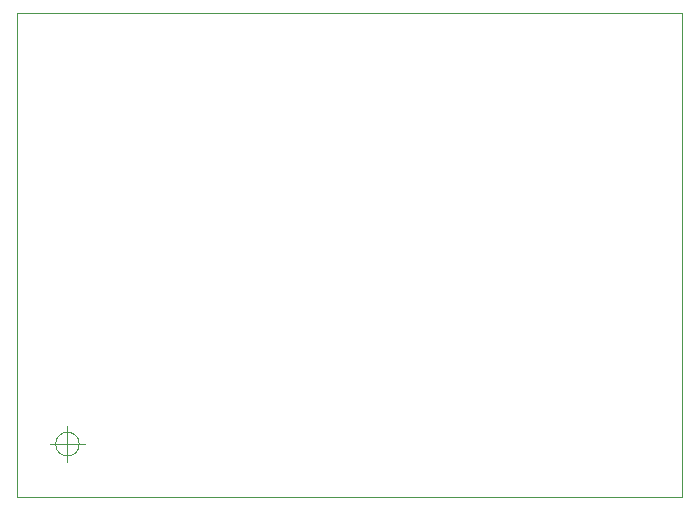
<source format=gbr>
G04 #@! TF.GenerationSoftware,KiCad,Pcbnew,(6.0.2)*
G04 #@! TF.CreationDate,2022-11-03T13:32:56+00:00*
G04 #@! TF.ProjectId,mosfet_circuit,6d6f7366-6574-45f6-9369-72637569742e,rev?*
G04 #@! TF.SameCoordinates,Original*
G04 #@! TF.FileFunction,Profile,NP*
%FSLAX46Y46*%
G04 Gerber Fmt 4.6, Leading zero omitted, Abs format (unit mm)*
G04 Created by KiCad (PCBNEW (6.0.2)) date 2022-11-03 13:32:56*
%MOMM*%
%LPD*%
G01*
G04 APERTURE LIST*
G04 #@! TA.AperFunction,Profile*
%ADD10C,0.100000*%
G04 #@! TD*
G04 APERTURE END LIST*
D10*
X158750000Y-106000000D02*
X215000000Y-106000000D01*
X215000000Y-106000000D02*
X215060000Y-65000000D01*
X158750000Y-65000000D02*
X158750000Y-106000000D01*
X215060000Y-65000000D02*
X158750000Y-65000000D01*
X164000000Y-101500000D02*
G75*
G03*
X164000000Y-101500000I-1000000J0D01*
G01*
X161500000Y-101500000D02*
X164500000Y-101500000D01*
X163000000Y-100000000D02*
X163000000Y-103000000D01*
M02*

</source>
